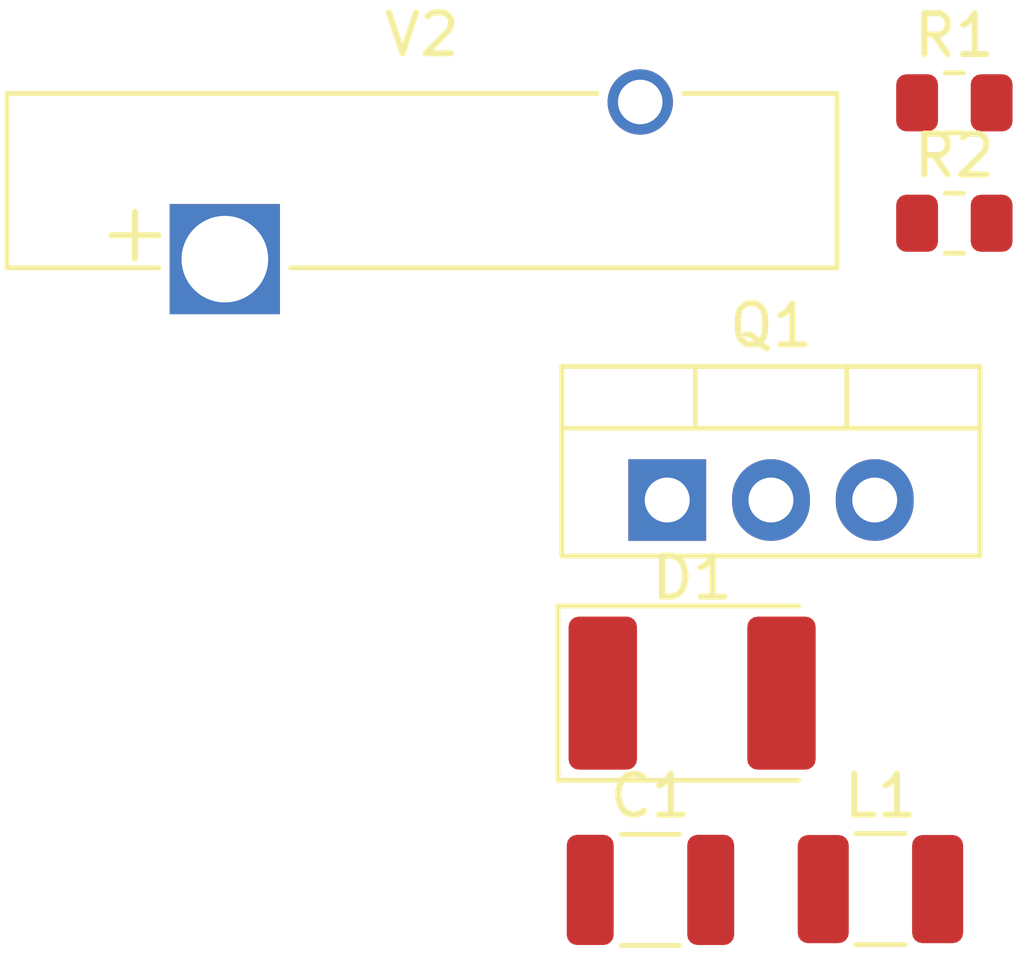
<source format=kicad_pcb>
(kicad_pcb (version 20240108) (generator "pcbnew") (generator_version "8.0")
  (layers (0 "F.Cu" signal) (31 "B.Cu" signal) (34 "B.Paste" user) (35 "F.Paste" user) (36 "B.SilkS" user "B.Silkscreen") (37 "F.SilkS" user "F.Silkscreen") (38 "B.Mask" user) (39 "F.Mask" user) (44 "Edge.Cuts" user))
  (net 0 "")
  (net 1 "/PWM_OUT")
  (net 2 "/VIN")
  (net 3 "/gg")
  (net 4 "/VOUT")
  (net 5 "0")
  (net 6 "/PWM_IN")
  (footprint "Diode_SMD:D_2114_3652Metric" (layer "F.Cu") (at 160.49 81.7)
    (property "Reference" "D1" (at 0 -2.82 0) (layer "F.SilkS"))
    (property "Value" "D")
    (fp_line (start -3.285 -2.135) (end -3.285 2.135) (stroke (width 0.12)) (layer "F.SilkS"))
    (fp_line (start -3.285 2.135) (end 2.6 2.135) (stroke (width 0.12)) (layer "F.SilkS"))
    (fp_line (start 2.6 -2.135) (end -3.285 -2.135) (stroke (width 0.12)) (layer "F.SilkS"))
    (pad "1" smd roundrect (at -2.1875 0) (size 1.675 3.75) (layers "F.Cu" "F.Paste" "F.Mask") (roundrect_rratio 0.149254) (net 1 "/PWM_OUT"))
    (pad "2" smd roundrect (at 2.1875 0) (size 1.675 3.75) (layers "F.Cu" "F.Paste" "F.Mask") (roundrect_rratio 0.149254) (net 5 "0"))
  )
  (footprint "Battery:Battery_CR1225" (layer "F.Cu") (at 149.845 79.845)
    (property "Reference" "V1" (hide yes))
    (property "Value" "24")
  )
  (footprint "Resistor_SMD:R_0805_2012Metric" (layer "F.Cu") (at 166.91 70.19)
    (property "Reference" "R2" (at 0 -1.65 0) (layer "F.SilkS"))
    (property "Value" "r=5")
    (fp_line (start -0.227064 -0.735) (end 0.227064 -0.735) (stroke (width 0.12)) (layer "F.SilkS"))
    (fp_line (start -0.227064 0.735) (end 0.227064 0.735) (stroke (width 0.12)) (layer "F.SilkS"))
    (pad "1" smd roundrect (at -0.9125 0) (size 1.025 1.4) (layers "F.Cu" "F.Paste" "F.Mask") (roundrect_rratio 0.243902) (net 4 "/VOUT"))
    (pad "2" smd roundrect (at 0.9125 0) (size 1.025 1.4) (layers "F.Cu" "F.Paste" "F.Mask") (roundrect_rratio 0.243902) (net 5 "0"))
  )
  (footprint "Package_TO_SOT_THT:TO-220-3_Vertical" (layer "F.Cu") (at 159.88 76.97)
    (property "Reference" "Q1" (at 2.54 -4.27 0) (layer "F.SilkS"))
    (property "Value" "IRF540N")
    (fp_line (start -2.58 -3.27) (end -2.58 1.371) (stroke (width 0.12)) (layer "F.SilkS"))
    (fp_line (start -2.58 -3.27) (end 7.66 -3.27) (stroke (width 0.12)) (layer "F.SilkS"))
    (fp_line (start -2.58 -1.76) (end 7.66 -1.76) (stroke (width 0.12)) (layer "F.SilkS"))
    (fp_line (start -2.58 1.371) (end 7.66 1.371) (stroke (width 0.12)) (layer "F.SilkS"))
    (fp_line (start 0.69 -3.27) (end 0.69 -1.76) (stroke (width 0.12)) (layer "F.SilkS"))
    (fp_line (start 4.391 -3.27) (end 4.391 -1.76) (stroke (width 0.12)) (layer "F.SilkS"))
    (fp_line (start 7.66 -3.27) (end 7.66 1.371) (stroke (width 0.12)) (layer "F.SilkS"))
    (pad "1" thru_hole rect (at 0 0) (size 1.905 2) (drill 1.1) (layers "*.Cu" "*.Mask") (net 3 "/gg"))
    (pad "2" thru_hole oval (at 2.54 0) (size 1.905 2) (drill 1.1) (layers "*.Cu" "*.Mask") (net 2 "/VIN"))
    (pad "3" thru_hole oval (at 5.08 0) (size 1.905 2) (drill 1.1) (layers "*.Cu" "*.Mask") (net 1 "/PWM_OUT"))
  )
  (footprint "Inductor_SMD:L_1210_3225Metric" (layer "F.Cu") (at 165.1 86.5)
    (property "Reference" "L1" (at 0 -2.28 0) (layer "F.SilkS"))
    (property "Value" "130u")
    (fp_line (start -0.602064 -1.36) (end 0.602064 -1.36) (stroke (width 0.12)) (layer "F.SilkS"))
    (fp_line (start -0.602064 1.36) (end 0.602064 1.36) (stroke (width 0.12)) (layer "F.SilkS"))
    (pad "1" smd roundrect (at -1.4 0) (size 1.25 2.65) (layers "F.Cu" "F.Paste" "F.Mask") (roundrect_rratio 0.2) (net 1 "/PWM_OUT"))
    (pad "2" smd roundrect (at 1.4 0) (size 1.25 2.65) (layers "F.Cu" "F.Paste" "F.Mask") (roundrect_rratio 0.2) (net 4 "/VOUT"))
  )
  (footprint "Battery:Battery_Panasonic_CR2032-VS1N_Vertical_CircularHoles" (layer "F.Cu") (at 149.05 71.07)
    (property "Reference" "V2" (at 4.825 -5.5 0) (layer "F.SilkS"))
    (property "Value" "PUL")
    (fp_line (start -5.335 -4.06) (end -5.335 0.21) (stroke (width 0.12)) (layer "F.SilkS"))
    (fp_line (start -5.335 -4.06) (end 9.11 -4.06) (stroke (width 0.12)) (layer "F.SilkS"))
    (fp_line (start -5.335 0.21) (end -1.61 0.21) (stroke (width 0.12)) (layer "F.SilkS"))
    (fp_line (start 1.61 0.21) (end 14.985 0.21) (stroke (width 0.12)) (layer "F.SilkS"))
    (fp_line (start 11.23 -4.06) (end 14.985 -4.06) (stroke (width 0.12)) (layer "F.SilkS"))
    (fp_line (start 14.985 -4.06) (end 14.985 0.21) (stroke (width 0.12)) (layer "F.SilkS"))
    (fp_text user "+" (at -2.2 -0.7 0) (layer "F.SilkS") (effects (font (size 1.5 1.5))))
    (pad "1" thru_hole rect (at 0 0 90) (size 2.7 2.7) (drill 2.12) (layers "*.Cu" "*.Mask") (net 6 "/PWM_IN"))
    (pad "2" thru_hole circle (at 10.17 -3.85) (size 1.6 1.6) (drill 1.09) (layers "*.Cu" "*.Mask") (net 5 "0"))
  )
  (footprint "Capacitor_SMD:C_1210_3225Metric" (layer "F.Cu") (at 159.47 86.52)
    (property "Reference" "C1" (at 0 -2.3 0) (layer "F.SilkS"))
    (property "Value" "40.8u")
    (fp_line (start -0.711252 -1.36) (end 0.711252 -1.36) (stroke (width 0.12)) (layer "F.SilkS"))
    (fp_line (start -0.711252 1.36) (end 0.711252 1.36) (stroke (width 0.12)) (layer "F.SilkS"))
    (pad "1" smd roundrect (at -1.475 0) (size 1.15 2.7) (layers "F.Cu" "F.Paste" "F.Mask") (roundrect_rratio 0.217391) (net 4 "/VOUT"))
    (pad "2" smd roundrect (at 1.475 0) (size 1.15 2.7) (layers "F.Cu" "F.Paste" "F.Mask") (roundrect_rratio 0.217391) (net 5 "0"))
  )
  (footprint "Resistor_SMD:R_0805_2012Metric" (layer "F.Cu") (at 166.91 67.24)
    (property "Reference" "R1" (at 0 -1.65 0) (layer "F.SilkS"))
    (property "Value" "r=5")
    (fp_line (start -0.227064 -0.735) (end 0.227064 -0.735) (stroke (width 0.12)) (layer "F.SilkS"))
    (fp_line (start -0.227064 0.735) (end 0.227064 0.735) (stroke (width 0.12)) (layer "F.SilkS"))
    (pad "1" smd roundrect (at -0.9125 0) (size 1.025 1.4) (layers "F.Cu" "F.Paste" "F.Mask") (roundrect_rratio 0.243902) (net 3 "/gg"))
    (pad "2" smd roundrect (at 0.9125 0) (size 1.025 1.4) (layers "F.Cu" "F.Paste" "F.Mask") (roundrect_rratio 0.243902) (net 6 "/PWM_IN"))
  )
)
</source>
